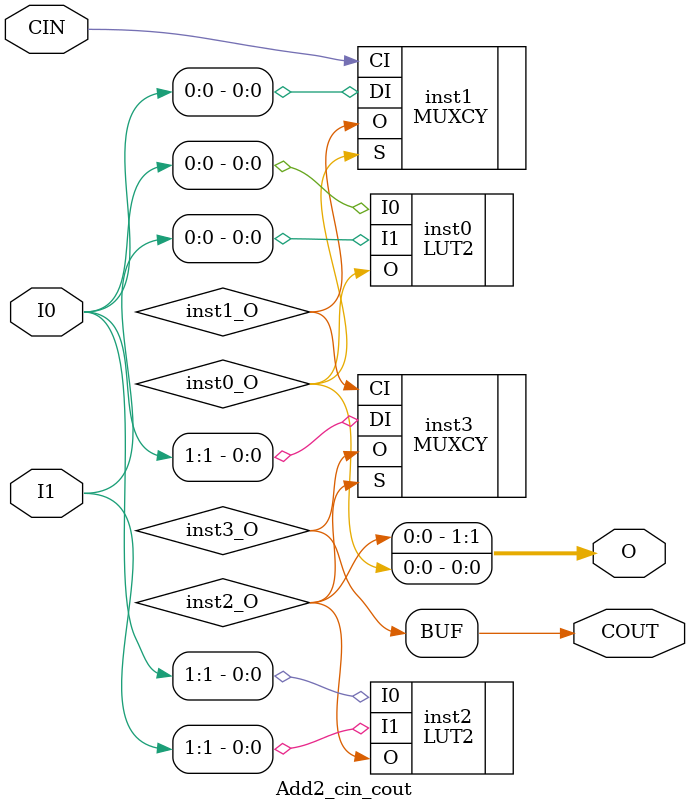
<source format=v>
module Add2_cin_cout (input [1:0] I0, input [1:0] I1, input  CIN, output [1:0] O, output  COUT);
wire  inst0_O;
wire  inst1_O;
wire  inst2_O;
wire  inst3_O;
LUT2 #(.INIT(4'h6)) inst0 (.I0(I0[0]), .I1(I1[0]), .O(inst0_O));
MUXCY inst1 (.DI(I0[0]), .CI(CIN), .S(inst0_O), .O(inst1_O));
LUT2 #(.INIT(4'h6)) inst2 (.I0(I0[1]), .I1(I1[1]), .O(inst2_O));
MUXCY inst3 (.DI(I0[1]), .CI(inst1_O), .S(inst2_O), .O(inst3_O));
assign O = {inst2_O,inst0_O};
assign COUT = inst3_O;
endmodule


</source>
